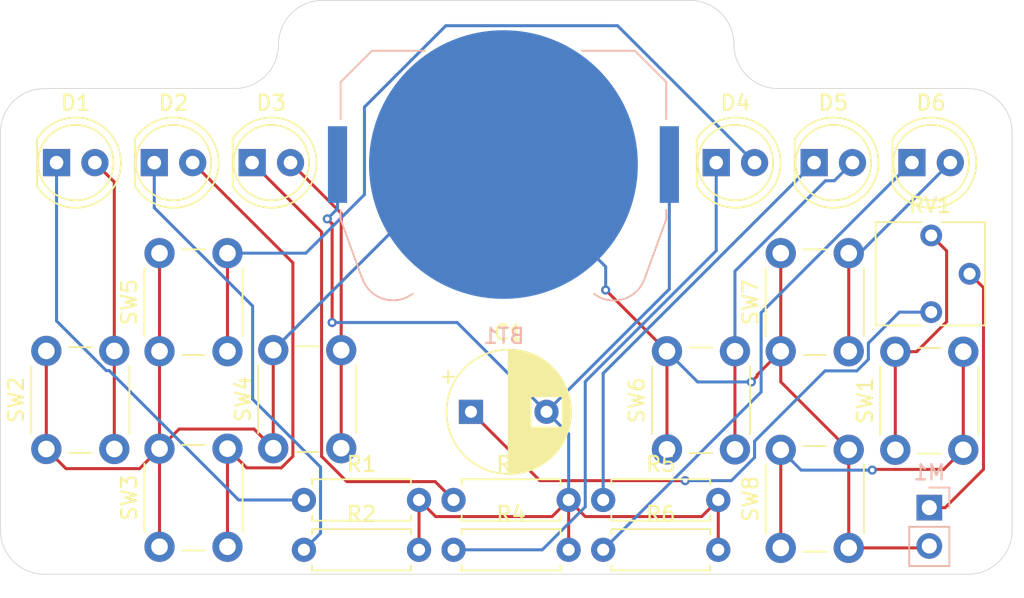
<source format=kicad_pcb>
(kicad_pcb (version 20240108) (generator "pcbnew") (generator_version "8.0")
  (layers (0 "F.Cu" signal) (31 "B.Cu" signal) (34 "B.Paste" user) (35 "F.Paste" user) (36 "B.SilkS" user "B.Silkscreen") (37 "F.SilkS" user "F.Silkscreen") (38 "B.Mask" user) (39 "F.Mask" user) (44 "Edge.Cuts" user))
  (net 0 "")
  (net 1 "Net-(BT1-+)")
  (net 2 "Net-(BT1--)")
  (net 3 "Net-(C1-Pad1)")
  (net 4 "Net-(RV1-Pad3)")
  (net 5 "Net-(D1-A)")
  (net 6 "Net-(D1-K)")
  (net 7 "Net-(D2-A)")
  (net 8 "Net-(D2-K)")
  (net 9 "Net-(D3-A)")
  (net 10 "Net-(D3-K)")
  (net 11 "Net-(M1-+)")
  (net 12 "Net-(D4-K)")
  (net 13 "Net-(D4-A)")
  (net 14 "Net-(D5-K)")
  (net 15 "Net-(D5-A)")
  (net 16 "Net-(D6-K)")
  (net 17 "Net-(D6-A)")
  (net 18 "Net-(SW1-Pad2)")
  (footprint "Button_Switch_THT:SW_PUSH_6mm" (layer "F.Cu") (at 61.5315 145.161 90)
    (property "Reference" "SW4" (at 3.25 -2 90) (layer "F.SilkS"))
    (property "Value" "SW_Push_45deg")
    (fp_line (start 5.5 -1) (end 1 -1) (stroke (width 0.12)) (layer "F.SilkS"))
    (fp_line (start -0.25 1.5) (end -0.25 3) (stroke (width 0.12)) (layer "F.SilkS"))
    (fp_line (start 6.75 3) (end 6.75 1.5) (stroke (width 0.12)) (layer "F.SilkS"))
    (fp_line (start 1 5.5) (end 5.5 5.5) (stroke (width 0.12)) (layer "F.SilkS"))
    (pad "1" thru_hole circle (at 0 0 180) (size 2 2) (drill 1.1) (layers "*.Cu" "*.Mask") (net 2 "Net-(BT1--)"))
    (pad "1" thru_hole circle (at 6.5 0 180) (size 2 2) (drill 1.1) (layers "*.Cu" "*.Mask") (net 2 "Net-(BT1--)"))
    (pad "2" thru_hole circle (at 0 4.5 180) (size 2 2) (drill 1.1) (layers "*.Cu" "*.Mask") (net 9 "Net-(D3-A)"))
    (pad "2" thru_hole circle (at 6.5 4.5 180) (size 2 2) (drill 1.1) (layers "*.Cu" "*.Mask") (net 9 "Net-(D3-A)"))
  )
  (footprint "LED_THT:LED_D5.0mm" (layer "F.Cu") (at 90.8585 126.238)
    (property "Reference" "D4" (at 1.27 -3.96 0) (layer "F.SilkS"))
    (property "Value" "LED")
    (fp_line (start -1.29 -1.545) (end -1.29 1.545) (stroke (width 0.12)) (layer "F.SilkS"))
    (fp_arc (start -1.29 -1.54483) (mid 2.071756 -2.880501) (end 4.26 -0.000048) (stroke (width 0.12)) (layer "F.SilkS"))
    (fp_arc (start 4.26 0.000048) (mid 2.071756 2.880501) (end -1.29 1.54483) (stroke (width 0.12)) (layer "F.SilkS"))
    (fp_circle (center 1.27 0) (end 3.77 0) (stroke (width 0.12)) (fill none) (layer "F.SilkS"))
    (pad "1" thru_hole rect (at 0 0) (size 1.8 1.8) (drill 0.9) (layers "*.Cu" "*.Mask") (net 12 "Net-(D4-K)"))
    (pad "2" thru_hole circle (at 2.54 0) (size 1.8 1.8) (drill 0.9) (layers "*.Cu" "*.Mask") (net 13 "Net-(D4-A)"))
  )
  (footprint "LED_THT:LED_D5.0mm" (layer "F.Cu") (at 97.3405 126.238)
    (property "Reference" "D5" (at 1.27 -3.96 0) (layer "F.SilkS"))
    (property "Value" "LED")
    (fp_line (start -1.29 -1.545) (end -1.29 1.545) (stroke (width 0.12)) (layer "F.SilkS"))
    (fp_arc (start -1.29 -1.54483) (mid 2.071756 -2.880501) (end 4.26 -0.000048) (stroke (width 0.12)) (layer "F.SilkS"))
    (fp_arc (start 4.26 0.000048) (mid 2.071756 2.880501) (end -1.29 1.54483) (stroke (width 0.12)) (layer "F.SilkS"))
    (fp_circle (center 1.27 0) (end 3.77 0) (stroke (width 0.12)) (fill none) (layer "F.SilkS"))
    (pad "1" thru_hole rect (at 0 0) (size 1.8 1.8) (drill 0.9) (layers "*.Cu" "*.Mask") (net 14 "Net-(D5-K)"))
    (pad "2" thru_hole circle (at 2.54 0) (size 1.8 1.8) (drill 0.9) (layers "*.Cu" "*.Mask") (net 15 "Net-(D5-A)"))
  )
  (footprint "Resistor_THT:R_Axial_DIN0207_L6.3mm_D2.5mm_P7.62mm_Horizontal" (layer "F.Cu") (at 63.5635 151.892)
    (property "Reference" "R2" (at 3.81 -2.37 0) (layer "F.SilkS"))
    (property "Value" "220Ω")
    (fp_line (start 0.54 -1.37) (end 7.08 -1.37) (stroke (width 0.12)) (layer "F.SilkS"))
    (fp_line (start 0.54 -1.04) (end 0.54 -1.37) (stroke (width 0.12)) (layer "F.SilkS"))
    (fp_line (start 0.54 1.04) (end 0.54 1.37) (stroke (width 0.12)) (layer "F.SilkS"))
    (fp_line (start 0.54 1.37) (end 7.08 1.37) (stroke (width 0.12)) (layer "F.SilkS"))
    (fp_line (start 7.08 -1.37) (end 7.08 -1.04) (stroke (width 0.12)) (layer "F.SilkS"))
    (fp_line (start 7.08 1.37) (end 7.08 1.04) (stroke (width 0.12)) (layer "F.SilkS"))
    (pad "1" thru_hole circle (at 0 0) (size 1.6 1.6) (drill 0.8) (layers "*.Cu" "*.Mask") (net 8 "Net-(D2-K)"))
    (pad "2" thru_hole oval (at 7.62 0) (size 1.6 1.6) (drill 0.8) (layers "*.Cu" "*.Mask") (net 1 "Net-(BT1-+)"))
  )
  (footprint "LED_THT:LED_D5.0mm" (layer "F.Cu") (at 47.1855 126.238)
    (property "Reference" "D1" (at 1.27 -3.96 0) (layer "F.SilkS"))
    (property "Value" "LED")
    (fp_line (start -1.29 -1.545) (end -1.29 1.545) (stroke (width 0.12)) (layer "F.SilkS"))
    (fp_arc (start -1.29 -1.54483) (mid 2.071756 -2.880501) (end 4.26 -0.000048) (stroke (width 0.12)) (layer "F.SilkS"))
    (fp_arc (start 4.26 0.000048) (mid 2.071756 2.880501) (end -1.29 1.54483) (stroke (width 0.12)) (layer "F.SilkS"))
    (fp_circle (center 1.27 0) (end 3.77 0) (stroke (width 0.12)) (fill none) (layer "F.SilkS"))
    (pad "1" thru_hole rect (at 0 0) (size 1.8 1.8) (drill 0.9) (layers "*.Cu" "*.Mask") (net 6 "Net-(D1-K)"))
    (pad "2" thru_hole circle (at 2.54 0) (size 1.8 1.8) (drill 0.9) (layers "*.Cu" "*.Mask") (net 5 "Net-(D1-A)"))
  )
  (footprint "LED_THT:LED_D5.0mm" (layer "F.Cu") (at 53.6575 126.238)
    (property "Reference" "D2" (at 1.27 -3.96 0) (layer "F.SilkS"))
    (property "Value" "LED")
    (fp_line (start -1.29 -1.545) (end -1.29 1.545) (stroke (width 0.12)) (layer "F.SilkS"))
    (fp_arc (start -1.29 -1.54483) (mid 2.071756 -2.880501) (end 4.26 -0.000048) (stroke (width 0.12)) (layer "F.SilkS"))
    (fp_arc (start 4.26 0.000048) (mid 2.071756 2.880501) (end -1.29 1.54483) (stroke (width 0.12)) (layer "F.SilkS"))
    (fp_circle (center 1.27 0) (end 3.77 0) (stroke (width 0.12)) (fill none) (layer "F.SilkS"))
    (pad "1" thru_hole rect (at 0 0) (size 1.8 1.8) (drill 0.9) (layers "*.Cu" "*.Mask") (net 8 "Net-(D2-K)"))
    (pad "2" thru_hole circle (at 2.54 0) (size 1.8 1.8) (drill 0.9) (layers "*.Cu" "*.Mask") (net 7 "Net-(D2-A)"))
  )
  (footprint "Button_Switch_THT:SW_PUSH_6mm" (layer "F.Cu") (at 95.1315 151.765 90)
    (property "Reference" "SW8" (at 3.25 -2 90) (layer "F.SilkS"))
    (property "Value" "SW_Push")
    (fp_line (start 5.5 -1) (end 1 -1) (stroke (width 0.12)) (layer "F.SilkS"))
    (fp_line (start -0.25 1.5) (end -0.25 3) (stroke (width 0.12)) (layer "F.SilkS"))
    (fp_line (start 6.75 3) (end 6.75 1.5) (stroke (width 0.12)) (layer "F.SilkS"))
    (fp_line (start 1 5.5) (end 5.5 5.5) (stroke (width 0.12)) (layer "F.SilkS"))
    (pad "1" thru_hole circle (at 0 0 180) (size 2 2) (drill 1.1) (layers "*.Cu" "*.Mask") (net 18 "Net-(SW1-Pad2)"))
    (pad "1" thru_hole circle (at 6.5 0 180) (size 2 2) (drill 1.1) (layers "*.Cu" "*.Mask") (net 18 "Net-(SW1-Pad2)"))
    (pad "2" thru_hole circle (at 0 4.5 180) (size 2 2) (drill 1.1) (layers "*.Cu" "*.Mask") (net 2 "Net-(BT1--)"))
    (pad "2" thru_hole circle (at 6.5 4.5 180) (size 2 2) (drill 1.1) (layers "*.Cu" "*.Mask") (net 2 "Net-(BT1--)"))
  )
  (footprint "Resistor_THT:R_Axial_DIN0207_L6.3mm_D2.5mm_P7.62mm_Horizontal" (layer "F.Cu") (at 63.563499 148.59)
    (property "Reference" "R1" (at 3.81 -2.37 0) (layer "F.SilkS"))
    (property "Value" "220Ω")
    (fp_line (start 0.54 -1.370002) (end 7.08 -1.37) (stroke (width 0.12)) (layer "F.SilkS"))
    (fp_line (start 0.54 -1.040002) (end 0.54 -1.370002) (stroke (width 0.12)) (layer "F.SilkS"))
    (fp_line (start 0.540001 1.039998) (end 0.540001 1.369999) (stroke (width 0.12)) (layer "F.SilkS"))
    (fp_line (start 0.540001 1.369999) (end 7.080001 1.369998) (stroke (width 0.12)) (layer "F.SilkS"))
    (fp_line (start 7.08 -1.37) (end 7.08 -1.039999) (stroke (width 0.12)) (layer "F.SilkS"))
    (fp_line (start 7.080001 1.369998) (end 7.080002 1.04) (stroke (width 0.12)) (layer "F.SilkS"))
    (pad "1" thru_hole circle (at 0 0) (size 1.6 1.6) (drill 0.8) (layers "*.Cu" "*.Mask") (net 6 "Net-(D1-K)"))
    (pad "2" thru_hole oval (at 7.620001 0) (size 1.6 1.6) (drill 0.8) (layers "*.Cu" "*.Mask") (net 1 "Net-(BT1-+)"))
  )
  (footprint "Button_Switch_THT:SW_PUSH_6mm" (layer "F.Cu") (at 102.7155 145.265 90)
    (property "Reference" "SW1" (at 3.25 -2 90) (layer "F.SilkS"))
    (property "Value" "SW_Push")
    (fp_line (start 5.5 -1) (end 1 -1) (stroke (width 0.12)) (layer "F.SilkS"))
    (fp_line (start -0.25 1.5) (end -0.25 3) (stroke (width 0.12)) (layer "F.SilkS"))
    (fp_line (start 6.75 3) (end 6.75 1.5) (stroke (width 0.12)) (layer "F.SilkS"))
    (fp_line (start 1 5.5) (end 5.5 5.5) (stroke (width 0.12)) (layer "F.SilkS"))
    (pad "1" thru_hole circle (at 0 0 180) (size 2 2) (drill 1.1) (layers "*.Cu" "*.Mask") (net 4 "Net-(RV1-Pad3)"))
    (pad "1" thru_hole circle (at 6.5 0 180) (size 2 2) (drill 1.1) (layers "*.Cu" "*.Mask") (net 4 "Net-(RV1-Pad3)"))
    (pad "2" thru_hole circle (at 0 4.5 180) (size 2 2) (drill 1.1) (layers "*.Cu" "*.Mask") (net 18 "Net-(SW1-Pad2)"))
    (pad "2" thru_hole circle (at 6.5 4.5 180) (size 2 2) (drill 1.1) (layers "*.Cu" "*.Mask") (net 18 "Net-(SW1-Pad2)"))
  )
  (footprint "Resistor_THT:R_Axial_DIN0207_L6.3mm_D2.5mm_P7.62mm_Horizontal" (layer "F.Cu") (at 83.3755 151.892)
    (property "Reference" "R6" (at 3.81 -2.37 0) (layer "F.SilkS"))
    (property "Value" "220Ω")
    (fp_line (start 0.54 -1.37) (end 7.08 -1.37) (stroke (width 0.12)) (layer "F.SilkS"))
    (fp_line (start 0.54 -1.04) (end 0.54 -1.37) (stroke (width 0.12)) (layer "F.SilkS"))
    (fp_line (start 0.54 1.04) (end 0.54 1.37) (stroke (width 0.12)) (layer "F.SilkS"))
    (fp_line (start 0.54 1.37) (end 7.08 1.37) (stroke (width 0.12)) (layer "F.SilkS"))
    (fp_line (start 7.08 -1.37) (end 7.08 -1.04) (stroke (width 0.12)) (layer "F.SilkS"))
    (fp_line (start 7.08 1.37) (end 7.08 1.04) (stroke (width 0.12)) (layer "F.SilkS"))
    (pad "1" thru_hole circle (at 0 0) (size 1.6 1.6) (drill 0.8) (layers "*.Cu" "*.Mask") (net 16 "Net-(D6-K)"))
    (pad "2" thru_hole oval (at 7.62 0) (size 1.6 1.6) (drill 0.8) (layers "*.Cu" "*.Mask") (net 1 "Net-(BT1-+)"))
  )
  (footprint "Resistor_THT:R_Axial_DIN0207_L6.3mm_D2.5mm_P7.62mm_Horizontal" (layer "F.Cu") (at 83.3755 148.59)
    (property "Reference" "R5" (at 3.81 -2.37 0) (layer "F.SilkS"))
    (property "Value" "220Ω")
    (fp_line (start 0.54 -1.37) (end 7.08 -1.37) (stroke (width 0.12)) (layer "F.SilkS"))
    (fp_line (start 0.54 -1.04) (end 0.54 -1.37) (stroke (width 0.12)) (layer "F.SilkS"))
    (fp_line (start 0.54 1.04) (end 0.54 1.37) (stroke (width 0.12)) (layer "F.SilkS"))
    (fp_line (start 0.54 1.37) (end 7.08 1.37) (stroke (width 0.12)) (layer "F.SilkS"))
    (fp_line (start 7.08 -1.37) (end 7.08 -1.04) (stroke (width 0.12)) (layer "F.SilkS"))
    (fp_line (start 7.08 1.37) (end 7.08 1.04) (stroke (width 0.12)) (layer "F.SilkS"))
    (pad "1" thru_hole circle (at 0 0) (size 1.6 1.6) (drill 0.8) (layers "*.Cu" "*.Mask") (net 14 "Net-(D5-K)"))
    (pad "2" thru_hole oval (at 7.62 0) (size 1.6 1.6) (drill 0.8) (layers "*.Cu" "*.Mask") (net 1 "Net-(BT1-+)"))
  )
  (footprint "Button_Switch_THT:SW_PUSH_6mm" (layer "F.Cu") (at 46.5095 145.213 90)
    (property "Reference" "SW2" (at 3.25 -2 90) (layer "F.SilkS"))
    (property "Value" "SW_Push_45deg")
    (fp_line (start 5.5 -1) (end 1 -1) (stroke (width 0.12)) (layer "F.SilkS"))
    (fp_line (start -0.25 1.5) (end -0.25 3) (stroke (width 0.12)) (layer "F.SilkS"))
    (fp_line (start 6.75 3) (end 6.75 1.5) (stroke (width 0.12)) (layer "F.SilkS"))
    (fp_line (start 1 5.5) (end 5.5 5.5) (stroke (width 0.12)) (layer "F.SilkS"))
    (pad "1" thru_hole circle (at 0 0 180) (size 2 2) (drill 1.1) (layers "*.Cu" "*.Mask") (net 2 "Net-(BT1--)"))
    (pad "1" thru_hole circle (at 6.5 0 180) (size 2 2) (drill 1.1) (layers "*.Cu" "*.Mask") (net 2 "Net-(BT1--)"))
    (pad "2" thru_hole circle (at 0 4.5 180) (size 2 2) (drill 1.1) (layers "*.Cu" "*.Mask") (net 5 "Net-(D1-A)"))
    (pad "2" thru_hole circle (at 6.5 4.5 180) (size 2 2) (drill 1.1) (layers "*.Cu" "*.Mask") (net 5 "Net-(D1-A)"))
  )
  (footprint "Capacitor_THT:CP_Radial_D8.0mm_P5.00mm" (layer "F.Cu") (at 74.622849 142.748)
    (property "Reference" "C1" (at 2.5 -5.25 0) (layer "F.SilkS"))
    (property "Value" "10uF")
    (fp_line (start -1.909698 -2.315) (end -1.109698 -2.315) (stroke (width 0.12)) (layer "F.SilkS"))
    (fp_line (start -1.509698 -2.715) (end -1.509698 -1.915) (stroke (width 0.12)) (layer "F.SilkS"))
    (fp_line (start 2.5 -4.08) (end 2.5 4.08) (stroke (width 0.12)) (layer "F.SilkS"))
    (fp_line (start 2.54 -4.08) (end 2.54 4.08) (stroke (width 0.12)) (layer "F.SilkS"))
    (fp_line (start 2.58 -4.08) (end 2.58 4.08) (stroke (width 0.12)) (layer "F.SilkS"))
    (fp_line (start 2.62 -4.079) (end 2.62 4.079) (stroke (width 0.12)) (layer "F.SilkS"))
    (fp_line (start 2.66 -4.077) (end 2.66 4.077) (stroke (width 0.12)) (layer "F.SilkS"))
    (fp_line (start 2.7 -4.076) (end 2.7 4.076) (stroke (width 0.12)) (layer "F.SilkS"))
    (fp_line (start 2.74 -4.074) (end 2.74 4.074) (stroke (width 0.12)) (layer "F.SilkS"))
    (fp_line (start 2.78 -4.071) (end 2.78 4.071) (stroke (width 0.12)) (layer "F.SilkS"))
    (fp_line (start 2.82 -4.068) (end 2.82 4.068) (stroke (width 0.12)) (layer "F.SilkS"))
    (fp_line (start 2.86 -4.065) (end 2.86 4.065) (stroke (width 0.12)) (layer "F.SilkS"))
    (fp_line (start 2.9 -4.061) (end 2.9 4.061) (stroke (width 0.12)) (layer "F.SilkS"))
    (fp_line (start 2.94 -4.057) (end 2.94 4.057) (stroke (width 0.12)) (layer "F.SilkS"))
    (fp_line (start 2.98 -4.052) (end 2.98 4.052) (stroke (width 0.12)) (layer "F.SilkS"))
    (fp_line (start 3.02 -4.048) (end 3.02 4.048) (stroke (width 0.12)) (layer "F.SilkS"))
    (fp_line (start 3.06 -4.042) (end 3.06 4.042) (stroke (width 0.12)) (layer "F.SilkS"))
    (fp_line (start 3.1 -4.037) (end 3.1 4.037) (stroke (width 0.12)) (layer "F.SilkS"))
    (fp_line (start 3.14 -4.03) (end 3.14 4.03) (stroke (width 0.12)) (layer "F.SilkS"))
    (fp_line (start 3.18 -4.024) (end 3.18 4.024) (stroke (width 0.12)) (layer "F.SilkS"))
    (fp_line (start 3.221 -4.017) (end 3.221 4.017) (stroke (width 0.12)) (layer "F.SilkS"))
    (fp_line (start 3.261 -4.01) (end 3.261 4.01) (stroke (width 0.12)) (layer "F.SilkS"))
    (fp_line (start 3.301 -4.002) (end 3.301 4.002) (stroke (width 0.12)) (layer "F.SilkS"))
    (fp_line (start 3.341 -3.994) (end 3.341 3.994) (stroke (width 0.12)) (layer "F.SilkS"))
    (fp_line (start 3.381 -3.985) (end 3.381 3.985) (stroke (width 0.12)) (layer "F.SilkS"))
    (fp_line (start 3.421 -3.976) (end 3.421 3.976) (stroke (width 0.12)) (layer "F.SilkS"))
    (fp_line (start 3.461 -3.967) (end 3.461 3.967) (stroke (width 0.12)) (layer "F.SilkS"))
    (fp_line (start 3.501 -3.957) (end 3.501 3.957) (stroke (width 0.12)) (layer "F.SilkS"))
    (fp_line (start 3.541 -3.947) (end 3.541 3.947) (stroke (width 0.12)) (layer "F.SilkS"))
    (fp_line (start 3.581 -3.936) (end 3.581 3.936) (stroke (width 0.12)) (layer "F.SilkS"))
    (fp_line (start 3.621 -3.925) (end 3.621 3.925) (stroke (width 0.12)) (layer "F.SilkS"))
    (fp_line (start 3.661 -3.914) (end 3.661 3.914) (stroke (width 0.12)) (layer "F.SilkS"))
    (fp_line (start 3.701 -3.902) (end 3.701 3.902) (stroke (width 0.12)) (layer "F.SilkS"))
    (fp_line (start 3.741 -3.889) (end 3.741 3.889) (stroke (width 0.12)) (layer "F.SilkS"))
    (fp_line (start 3.781 -3.877) (end 3.781 3.877) (stroke (width 0.12)) (layer "F.SilkS"))
    (fp_line (start 3.821 -3.863) (end 3.821 3.863) (stroke (width 0.12)) (layer "F.SilkS"))
    (fp_line (start 3.861 -3.85) (end 3.861 3.85) (stroke (width 0.12)) (layer "F.SilkS"))
    (fp_line (start 3.901 -3.835) (end 3.901 3.835) (stroke (width 0.12)) (layer "F.SilkS"))
    (fp_line (start 3.941 -3.821) (end 3.941 3.821) (stroke (width 0.12)) (layer "F.SilkS"))
    (fp_line (start 3.981 -3.805) (end 3.981 -1.04) (stroke (width 0.12)) (layer "F.SilkS"))
    (fp_line (start 3.981 1.04) (end 3.981 3.805) (stroke (width 0.12)) (layer "F.SilkS"))
    (fp_line (start 4.021 -3.79) (end 4.021 -1.04) (stroke (width 0.12)) (layer "F.SilkS"))
    (fp_line (start 4.021 1.04) (end 4.021 3.79) (stroke (width 0.12)) (layer "F.SilkS"))
    (fp_line (start 4.061 -3.774) (end 4.061 -1.04) (stroke (width 0.12)) (layer "F.SilkS"))
    (fp_line (start 4.061 1.04) (end 4.061 3.774) (stroke (width 0.12)) (layer "F.SilkS"))
    (fp_line (start 4.101 -3.757) (end 4.101 -1.04) (stroke (width 0.12)) (layer "F.SilkS"))
    (fp_line (start 4.101 1.04) (end 4.101 3.757) (stroke (width 0.12)) (layer "F.SilkS"))
    (fp_line (start 4.141 -3.74) (end 4.141 -1.04) (stroke (width 0.12)) (layer "F.SilkS"))
    (fp_line (start 4.141 1.04) (end 4.141 3.74) (stroke (width 0.12)) (layer "F.SilkS"))
    (fp_line (start 4.181 -3.722) (end 4.181 -1.04) (stroke (width 0.12)) (layer "F.SilkS"))
    (fp_line (start 4.181 1.04) (end 4.181 3.722) (stroke (width 0.12)) (layer "F.SilkS"))
    (fp_line (start 4.221 -3.704) (end 4.221 -1.04) (stroke (width 0.12)) (layer "F.SilkS"))
    (fp_line (start 4.221 1.04) (end 4.221 3.704) (stroke (width 0.12)) (layer "F.SilkS"))
    (fp_line (start 4.261 -3.686) (end 4.261 -1.04) (stroke (width 0.12)) (layer "F.SilkS"))
    (fp_line (start 4.261 1.04) (end 4.261 3.686) (stroke (width 0.12)) (layer "F.SilkS"))
    (fp_line (start 4.301 -3.666) (end 4.301 -1.04) (stroke (width 0.12)) (layer "F.SilkS"))
    (fp_line (start 4.301 1.04) (end 4.301 3.666) (stroke (width 0.12)) (layer "F.SilkS"))
    (fp_line (start 4.341 -3.647) (end 4.341 -1.04) (stroke (width 0.12)) (layer "F.SilkS"))
    (fp_line (start 4.341 1.04) (end 4.341 3.647) (stroke (width 0.12)) (layer "F.SilkS"))
    (fp_line (start 4.381 -3.627) (end 4.381 -1.04) (stroke (width 0.12)) (layer "F.SilkS"))
    (fp_line (start 4.381 1.04) (end 4.381 3.627) (stroke (width 0.12)) (layer "F.SilkS"))
    (fp_line (start 4.421 -3.606) (end 4.421 -1.04) (stroke (width 0.12)) (layer "F.SilkS"))
    (fp_line (start 4.421 1.04) (end 4.421 3.606) (stroke (width 0.12)) (layer "F.SilkS"))
    (fp_line (start 4.461 -3.584) (end 4.461 -1.04) (stroke (width 0.12)) (layer "F.SilkS"))
    (fp_line (start 4.461 1.04) (end 4.461 3.584) (stroke (width 0.12)) (layer "F.SilkS"))
    (fp_line (start 4.501 -3.562) (end 4.501 -1.04) (stroke (width 0.12)) (layer "F.SilkS"))
    (fp_line (start 4.501 1.04) (end 4.501 3.562) (stroke (width 0.12)) (layer "F.SilkS"))
    (fp_line (start 4.541 -3.54) (end 4.541 -1.04) (stroke (width 0.12)) (layer "F.SilkS"))
    (fp_line (start 4.541 1.04) (end 4.541 3.54) (stroke (width 0.12)) (layer "F.SilkS"))
    (fp_line (start 4.581 -3.517) (end 4.581 -1.04) (stroke (width 0.12)) (layer "F.SilkS"))
    (fp_line (start 4.581 1.04) (end 4.581 3.517) (stroke (width 0.12)) (layer "F.SilkS"))
    (fp_line (start 4.621 -3.493) (end 4.621 -1.04) (stroke (width 0.12)) (layer "F.SilkS"))
    (fp_line (start 4.621 1.04) (end 4.621 3.493) (stroke (width 0.12)) (layer "F.SilkS"))
    (fp_line (start 4.661 -3.469) (end 4.661 -1.04) (stroke (width 0.12)) (layer "F.SilkS"))
    (fp_line (start 4.661 1.04) (end 4.661 3.469) (stroke (width 0.12)) (layer "F.SilkS"))
    (fp_line (start 4.701 -3.444) (end 4.701 -1.04) (stroke (width 0.12)) (layer "F.SilkS"))
    (fp_line (start 4.701 1.04) (end 4.701 3.444) (stroke (width 0.12)) (layer "F.SilkS"))
    (fp_line (start 4.741 -3.418) (end 4.741 -1.04) (stroke (width 0.12)) (layer "F.SilkS"))
    (fp_line (start 4.741 1.04) (end 4.741 3.418) (stroke (width 0.12)) (layer "F.SilkS"))
    (fp_line (start 4.781 -3.392) (end 4.781 -1.04) (stroke (width 0.12)) (layer "F.SilkS"))
    (fp_line (start 4.781 1.04) (end 4.781 3.392) (stroke (width 0.12)) (layer "F.SilkS"))
    (fp_line (start 4.821 -3.365) (end 4.821 -1.04) (stroke (width 0.12)) (layer "F.SilkS"))
    (fp_line (start 4.821 1.04) (end 4.821 3.365) (stroke (width 0.12)) (layer "F.SilkS"))
    (fp_line (start 4.861 -3.338) (end 4.861 -1.04) (stroke (width 0.12)) (layer "F.SilkS"))
    (fp_line (start 4.861 1.04) (end 4.861 3.338) (stroke (width 0.12)) (layer "F.SilkS"))
    (fp_line (start 4.901 -3.309) (end 4.901 -1.04) (stroke (width 0.12)) (layer "F.SilkS"))
    (fp_line (start 4.901 1.04) (end 4.901 3.309) (stroke (width 0.12)) (layer "F.SilkS"))
    (fp_line (start 4.941 -3.28) (end 4.941 -1.04) (stroke (width 0.12)) (layer "F.SilkS"))
    (fp_line (start 4.941 1.04) (end 4.941 3.28) (stroke (width 0.12)) (layer "F.SilkS"))
    (fp_line (start 4.981 -3.25) (end 4.981 -1.04) (stroke (width 0.12)) (layer "F.SilkS"))
    (fp_line (start 4.981 1.04) (end 4.981 3.25) (stroke (width 0.12)) (layer "F.SilkS"))
    (fp_line (start 5.021 -3.22) (end 5.021 -1.04) (stroke (width 0.12)) (layer "F.SilkS"))
    (fp_line (start 5.021 1.04) (end 5.021 3.22) (stroke (width 0.12)) (layer "F.SilkS"))
    (fp_line (start 5.061 -3.189) (end 5.061 -1.04) (stroke (width 0.12)) (layer "F.SilkS"))
    (fp_line (start 5.061 1.04) (end 5.061 3.189) (stroke (width 0.12)) (layer "F.SilkS"))
    (fp_line (start 5.101 -3.156) (end 5.101 -1.04) (stroke (width 0.12)) (layer "F.SilkS"))
    (fp_line (start 5.101 1.04) (end 5.101 3.156) (stroke (width 0.12)) (layer "F.SilkS"))
    (fp_line (start 5.141 -3.124) (end 5.141 -1.04) (stroke (width 0.12)) (layer "F.SilkS"))
    (fp_line (start 5.141 1.04) (end 5.141 3.124) (stroke (width 0.12)) (layer "F.SilkS"))
    (fp_line (start 5.181 -3.09) (end 5.181 -1.04) (stroke (width 0.12)) (layer "F.SilkS"))
    (fp_line (start 5.181 1.04) (end 5.181 3.09) (stroke (width 0.12)) (layer "F.SilkS"))
    (fp_line (start 5.221 -3.055) (end 5.221 -1.04) (stroke (width 0.12)) (layer "F.SilkS"))
    (fp_line (start 5.221 1.04) (end 5.221 3.055) (stroke (width 0.12)) (layer "F.SilkS"))
    (fp_line (start 5.261 -3.019) (end 5.261 -1.04) (stroke (width 0.12)) (layer "F.SilkS"))
    (fp_line (start 5.261 1.04) (end 5.261 3.019) (stroke (width 0.12)) (layer "F.SilkS"))
    (fp_line (start 5.301 -2.983) (end 5.301 -1.04) (stroke (width 0.12)) (layer "F.SilkS"))
    (fp_line (start 5.301 1.04) (end 5.301 2.983) (stroke (width 0.12)) (layer "F.SilkS"))
    (fp_line (start 5.341 -2.945) (end 5.341 -1.04) (stroke (width 0.12)) (layer "F.SilkS"))
    (fp_line (start 5.341 1.04) (end 5.341 2.945) (stroke (width 0.12)) (layer "F.SilkS"))
    (fp_line (start 5.381 -2.907) (end 5.381 -1.04) (stroke (width 0.12)) (layer "F.SilkS"))
    (fp_line (start 5.381 1.04) (end 5.381 2.907) (stroke (width 0.12)) (layer "F.SilkS"))
    (fp_line (start 5.421 -2.867) (end 5.421 -1.04) (stroke (width 0.12)) (layer "F.SilkS"))
    (fp_line (start 5.421 1.04) (end 5.421 2.867) (stroke (width 0.12)) (layer "F.SilkS"))
    (fp_line (start 5.461 -2.826) (end 5.461 -1.04) (stroke (width 0.12)) (layer "F.SilkS"))
    (fp_line (start 5.461 1.04) (end 5.461 2.826) (stroke (width 0.12)) (layer "F.SilkS"))
    (fp_line (start 5.501 -2.784) (end 5.501 -1.04) (stroke (width 0.12)) (layer "F.SilkS"))
    (fp_line (start 5.501 1.04) (end 5.501 2.784) (stroke (width 0.12)) (layer "F.SilkS"))
    (fp_line (start 5.541 -2.741) (end 5.541 -1.04) (stroke (width 0.12)) (layer "F.SilkS"))
    (fp_line (start 5.541 1.04) (end 5.541 2.741) (stroke (width 0.12)) (layer "F.SilkS"))
    (fp_line (start 5.581 -2.697) (end 5.581 -1.04) (stroke (width 0.12)) (layer "F.SilkS"))
    (fp_line (start 5.581 1.04) (end 5.581 2.697) (stroke (width 0.12)) (layer "F.SilkS"))
    (fp_line (start 5.621 -2.651) (end 5.621 -1.04) (stroke (width 0.12)) (layer "F.SilkS"))
    (fp_line (start 5.621 1.04) (end 5.621 2.651) (stroke (width 0.12)) (layer "F.SilkS"))
    (fp_line (start 5.661 -2.604) (end 5.661 -1.04) (stroke (width 0.12)) (layer "F.SilkS"))
    (fp_line (start 5.661 1.04) (end 5.661 2.604) (stroke (width 0.12)) (layer "F.SilkS"))
    (fp_line (start 5.701 -2.556) (end 5.701 -1.04) (stroke (width 0.12)) (layer "F.SilkS"))
    (fp_line (start 5.701 1.04) (end 5.701 2.556) (stroke (width 0.12)) (layer "F.SilkS"))
    (fp_line (start 5.741 -2.505) (end 5.741 -1.04) (stroke (width 0.12)) (layer "F.SilkS"))
    (fp_line (start 5.741 1.04) (end 5.741 2.505) (stroke (width 0.12)) (layer "F.SilkS"))
    (fp_line (start 5.781 -2.454) (end 5.781 -1.04) (stroke (width 0.12)) (layer "F.SilkS"))
    (fp_line (start 5.781 1.04) (end 5.781 2.454) (stroke (width 0.12)) (layer "F.SilkS"))
    (fp_line (start 5.821 -2.4) (end 5.821 -1.04) (stroke (width 0.12)) (layer "F.SilkS"))
    (fp_line (start 5.821 1.04) (end 5.821 2.4) (stroke (width 0.12)) (layer "F.SilkS"))
    (fp_line (start 5.861 -2.345) (end 5.861 -1.04) (stroke (width 0.12)) (layer "F.SilkS"))
    (fp_line (start 5.861 1.04) (end 5.861 2.345) (stroke (width 0.12)) (layer "F.SilkS"))
    (fp_line (start 5.901 -2.287) (end 5.901 -1.04) (stroke (width 0.12)) (layer "F.SilkS"))
    (fp_line (start 5.901 1.04) (end 5.901 2.287) (stroke (width 0.12)) (layer "F.SilkS"))
    (fp_line (start 5.941 -2.228) (end 5.941 -1.04) (stroke (width 0.12)) (layer "F.SilkS"))
    (fp_line (start 5.941 1.04) (end 5.941 2.228) (stroke (width 0.12)) (layer "F.SilkS"))
    (fp_line (start 5.981 -2.166) (end 5.981 -1.04) (stroke (width 0.12)) (layer "F.SilkS"))
    (fp_line (start 5.981 1.04) (end 5.981 2.166) (stroke (width 0.12)) (layer "F.SilkS"))
    (fp_line (start 6.021 -2.102) (end 6.021 -1.04) (stroke (width 0.12)) (layer "F.SilkS"))
    (fp_line (start 6.021 1.04) (end 6.021 2.102) (stroke (width 0.12)) (layer "F.SilkS"))
    (fp_line (start 6.061 -2.034) (end 6.061 2.034) (stroke (width 0.12)) (layer "F.SilkS"))
    (fp_line (start 6.101 -1.964) (end 6.101 1.964) (stroke (width 0.12)) (layer "F.SilkS"))
    (fp_line (start 6.141 -1.89) (end 6.141 1.89) (stroke (width 0.12)) (layer "F.SilkS"))
    (fp_line (start 6.181 -1.813) (end 6.181 1.813) (stroke (width 0.12)) (layer "F.SilkS"))
    (fp_line (start 6.221 -1.731) (end 6.221 1.731) (stroke (width 0.12)) (layer "F.SilkS"))
    (fp_line (start 6.261 -1.645) (end 6.261 1.645) (stroke (width 0.12)) (layer "F.SilkS"))
    (fp_line (start 6.301 -1.552) (end 6.301 1.552) (stroke (width 0.12)) (layer "F.SilkS"))
    (fp_line (start 6.341 -1.453) (end 6.341 1.453) (stroke (width 0.12)) (layer "F.SilkS"))
    (fp_line (start 6.381 -1.346) (end 6.381 1.346) (stroke (width 0.12)) (layer "F.SilkS"))
    (fp_line (start 6.421 -1.229) (end 6.421 1.229) (stroke (width 0.12)) (layer "F.SilkS"))
    (fp_line (start 6.461 -1.098) (end 6.461 1.098) (stroke (width 0.12)) (layer "F.SilkS"))
    (fp_line (start 6.501 -0.948) (end 6.501 0.948) (stroke (width 0.12)) (layer "F.SilkS"))
    (fp_line (start 6.541 -0.768) (end 6.541 0.768) (stroke (width 0.12)) (layer "F.SilkS"))
    (fp_line (start 6.581 -0.533) (end 6.581 0.533) (stroke (width 0.12)) (layer "F.SilkS"))
    (fp_circle (center 2.5 0) (end 6.62 0) (stroke (width 0.12)) (fill none) (layer "F.SilkS"))
    (pad "1" thru_hole rect (at 0 0) (size 1.6 1.6) (drill 0.8) (layers "*.Cu" "*.Mask") (net 3 "Net-(C1-Pad1)"))
    (pad "2" thru_hole circle (at 5 0) (size 1.6 1.6) (drill 0.8) (layers "*.Cu" "*.Mask") (net 1 "Net-(BT1-+)"))
  )
  (footprint "LED_THT:LED_D5.0mm" (layer "F.Cu") (at 60.1345 126.238)
    (property "Reference" "D3" (at 1.27 -3.96 0) (layer "F.SilkS"))
    (property "Value" "LED")
    (fp_line (start -1.29 -1.545) (end -1.29 1.545) (stroke (width 0.12)) (layer "F.SilkS"))
    (fp_arc (start -1.29 -1.54483) (mid 2.071756 -2.880501) (end 4.26 -0.000048) (stroke (width 0.12)) (layer "F.SilkS"))
    (fp_arc (start 4.26 0.000048) (mid 2.071756 2.880501) (end -1.29 1.54483) (stroke (width 0.12)) (layer "F.SilkS"))
    (fp_circle (center 1.27 0) (end 3.77 0) (stroke (width 0.12)) (fill none) (layer "F.SilkS"))
    (pad "1" thru_hole rect (at 0 0) (size 1.8 1.8) (drill 0.9) (layers "*.Cu" "*.Mask") (net 10 "Net-(D3-K)"))
    (pad "2" thru_hole circle (at 2.54 0) (size 1.8 1.8) (drill 0.9) (layers "*.Cu" "*.Mask") (net 9 "Net-(D3-A)"))
  )
  (footprint "LED_THT:LED_D5.0mm" (layer "F.Cu") (at 103.8175 126.238)
    (property "Reference" "D6" (at 1.27 -3.96 0) (layer "F.SilkS"))
    (property "Value" "LED")
    (fp_line (start -1.29 -1.545) (end -1.29 1.545) (stroke (width 0.12)) (layer "F.SilkS"))
    (fp_arc (start -1.29 -1.54483) (mid 2.071756 -2.880501) (end 4.26 -0.000048) (stroke (width 0.12)) (layer "F.SilkS"))
    (fp_arc (start 4.26 0.000048) (mid 2.071756 2.880501) (end -1.29 1.54483) (stroke (width 0.12)) (layer "F.SilkS"))
    (fp_circle (center 1.27 0) (end 3.77 0) (stroke (width 0.12)) (fill none) (layer "F.SilkS"))
    (pad "1" thru_hole rect (at 0 0) (size 1.8 1.8) (drill 0.9) (layers "*.Cu" "*.Mask") (net 16 "Net-(D6-K)"))
    (pad "2" thru_hole circle (at 2.54 0) (size 1.8 1.8) (drill 0.9) (layers "*.Cu" "*.Mask") (net 17 "Net-(D6-A)"))
  )
  (footprint "Potentiometer_THT:Potentiometer_Vishay_T73YP_Vertical" (layer "F.Cu") (at 105.0925 136.144)
    (property "Reference" "RV1" (at -0.06 -7.09 0) (layer "F.SilkS"))
    (property "Value" "R_Potentiometer")
    (fp_line (start -3.68 -5.96) (end -3.68 0.88) (stroke (width 0.12)) (layer "F.SilkS"))
    (fp_line (start -3.68 -5.96) (end -0.65 -5.96) (stroke (width 0.12)) (layer "F.SilkS"))
    (fp_line (start -3.68 0.88) (end -0.65 0.88) (stroke (width 0.12)) (layer "F.SilkS"))
    (fp_line (start 0.65 -5.96) (end 3.56 -5.96) (stroke (width 0.12)) (layer "F.SilkS"))
    (fp_line (start 0.65 0.88) (end 3.56 0.88) (stroke (width 0.12)) (layer "F.SilkS"))
    (fp_line (start 3.56 -5.96) (end 3.56 0.88) (stroke (width 0.12)) (layer "F.SilkS"))
    (pad "1" thru_hole circle (at 0 0) (size 1.44 1.44) (drill 0.8) (layers "*.Cu" "*.Mask") (net 3 "Net-(C1-Pad1)"))
    (pad "2" thru_hole circle (at 2.54 -2.54) (size 1.44 1.44) (drill 0.8) (layers "*.Cu" "*.Mask") (net 11 "Net-(M1-+)"))
    (pad "3" thru_hole circle (at 0 -5.08) (size 1.44 1.44) (drill 0.8) (layers "*.Cu" "*.Mask") (net 4 "Net-(RV1-Pad3)"))
  )
  (footprint "Button_Switch_THT:SW_PUSH_6mm" (layer "F.Cu") (at 95.1315 138.736 90)
    (property "Reference" "SW7" (at 3.25 -2 90) (layer "F.SilkS"))
    (property "Value" "SW_Push_45deg")
    (fp_line (start 5.5 -1) (end 1 -1) (stroke (width 0.12)) (layer "F.SilkS"))
    (fp_line (start -0.25 1.5) (end -0.25 3) (stroke (width 0.12)) (layer "F.SilkS"))
    (fp_line (start 6.75 3) (end 6.75 1.5) (stroke (width 0.12)) (layer "F.SilkS"))
    (fp_line (start 1 5.5) (end 5.5 5.5) (stroke (width 0.12)) (layer "F.SilkS"))
    (pad "1" thru_hole circle (at 0 0 180) (size 2 2) (drill 1.1) (layers "*.Cu" "*.Mask") (net 2 "Net-(BT1--)"))
    (pad "1" thru_hole circle (at 6.5 0 180) (size 2 2) (drill 1.1) (layers "*.Cu" "*.Mask") (net 2 "Net-(BT1--)"))
    (pad "2" thru_hole circle (at 0 4.5 180) (size 2 2) (drill 1.1) (layers "*.Cu" "*.Mask") (net 17 "Net-(D6-A)"))
    (pad "2" thru_hole circle (at 6.5 4.5 180) (size 2 2) (drill 1.1) (layers "*.Cu" "*.Mask") (net 17 "Net-(D6-A)"))
  )
  (footprint "Resistor_THT:R_Axial_DIN0207_L6.3mm_D2.5mm_P7.62mm_Horizontal" (layer "F.Cu") (at 73.4695 151.892)
    (property "Reference" "R4" (at 3.81 -2.37 0) (layer "F.SilkS"))
    (property "Value" "220Ω")
    (fp_line (start 0.54 -1.37) (end 7.08 -1.37) (stroke (width 0.12)) (layer "F.SilkS"))
    (fp_line (start 0.54 -1.04) (end 0.54 -1.37) (stroke (width 0.12)) (layer "F.SilkS"))
    (fp_line (start 0.54 1.04) (end 0.54 1.37) (stroke (width 0.12)) (layer "F.SilkS"))
    (fp_line (start 0.54 1.37) (end 7.08 1.37) (stroke (width 0.12)) (layer "F.SilkS"))
    (fp_line (start 7.08 -1.37) (end 7.08 -1.04) (stroke (width 0.12)) (layer "F.SilkS"))
    (fp_line (start 7.08 1.37) (end 7.08 1.04) (stroke (width 0.12)) (layer "F.SilkS"))
    (pad "1" thru_hole circle (at 0 0) (size 1.6 1.6) (drill 0.8) (layers "*.Cu" "*.Mask") (net 12 "Net-(D4-K)"))
    (pad "2" thru_hole oval (at 7.62 0) (size 1.6 1.6) (drill 0.8) (layers "*.Cu" "*.Mask") (net 1 "Net-(BT1-+)"))
  )
  (footprint "Button_Switch_THT:SW_PUSH_6mm" (layer "F.Cu") (at 54.0025 138.736 90)
    (property "Reference" "SW5" (at 3.25 -2 90) (layer "F.SilkS"))
    (property "Value" "SW_Push_45deg")
    (fp_line (start 5.5 -1) (end 1 -1) (stroke (width 0.12)) (layer "F.SilkS"))
    (fp_line (start -0.25 1.5) (end -0.25 3) (stroke (width 0.12)) (layer "F.SilkS"))
    (fp_line (start 6.75 3) (end 6.75 1.5) (stroke (width 0.12)) (layer "F.SilkS"))
    (fp_line (start 1 5.5) (end 5.5 5.5) (stroke (width 0.12)) (layer "F.SilkS"))
    (pad "1" thru_hole circle (at 0 0 180) (size 2 2) (drill 1.1) (layers "*.Cu" "*.Mask") (net 2 "Net-(BT1--)"))
    (pad "1" thru_hole circle (at 6.5 0 180) (size 2 2) (drill 1.1) (layers "*.Cu" "*.Mask") (net 2 "Net-(BT1--)"))
    (pad "2" thru_hole circle (at 0 4.5 180) (size 2 2) (drill 1.1) (layers "*.Cu" "*.Mask") (net 13 "Net-(D4-A)"))
    (pad "2" thru_hole circle (at 6.5 4.5 180) (size 2 2) (drill 1.1) (layers "*.Cu" "*.Mask") (net 13 "Net-(D4-A)"))
  )
  (footprint "Button_Switch_THT:SW_PUSH_6mm" (layer "F.Cu") (at 54.0025 151.69 90)
    (property "Reference" "SW3" (at 3.25 -2 90) (layer "F.SilkS"))
    (property "Value" "SW_Push_45deg")
    (fp_line (start 5.5 -1) (end 1 -1) (stroke (width 0.12)) (layer "F.SilkS"))
    (fp_line (start -0.25 1.5) (end -0.25 3) (stroke (width 0.12)) (layer "F.SilkS"))
    (fp_line (start 6.75 3) (end 6.75 1.5) (stroke (width 0.12)) (layer "F.SilkS"))
    (fp_line (start 1 5.5) (end 5.5 5.5) (stroke (width 0.12)) (layer "F.SilkS"))
    (pad "1" thru_hole circle (at 0 0 180) (size 2 2) (drill 1.1) (layers "*.Cu" "*.Mask") (net 2 "Net-(BT1--)"))
    (pad "1" thru_hole circle (at 6.5 0 180) (size 2 2) (drill 1.1) (layers "*.Cu" "*.Mask") (net 2 "Net-(BT1--)"))
    (pad "2" thru_hole circle (at 0 4.5 180) (size 2 2) (drill 1.1) (layers "*.Cu" "*.Mask") (net 7 "Net-(D2-A)"))
    (pad "2" thru_hole circle (at 6.5 4.5 180) (size 2 2) (drill 1.1) (layers "*.Cu" "*.Mask") (net 7 "Net-(D2-A)"))
  )
  (footprint "Button_Switch_THT:SW_PUSH_6mm" (layer "F.Cu") (at 87.5983 145.2372 90)
    (property "Reference" "SW6" (at 3.25 -2 90) (layer "F.SilkS"))
    (property "Value" "SW_Push_45deg")
    (fp_line (start 5.5 -1) (end 1 -1) (stroke (width 0.12)) (layer "F.SilkS"))
    (fp_line (start -0.25 1.5) (end -0.25 3) (stroke (width 0.12)) (layer "F.SilkS"))
    (fp_line (start 6.75 3) (end 6.75 1.5) (stroke (width 0.12)) (layer "F.SilkS"))
    (fp_line (start 1 5.5) (end 5.5 5.5) (stroke (width 0.12)) (layer "F.SilkS"))
    (pad "1" thru_hole circle (at 0 0 180) (size 2 2) (drill 1.1) (layers "*.Cu" "*.Mask") (net 2 "Net-(BT1--)"))
    (pad "1" thru_hole circle (at 6.5 0 180) (size 2 2) (drill 1.1) (layers "*.Cu" "*.Mask") (net 2 "Net-(BT1--)"))
    (pad "2" thru_hole circle (at 0 4.5 180) (size 2 2) (drill 1.1) (layers "*.Cu" "*.Mask") (net 15 "Net-(D5-A)"))
    (pad "2" thru_hole circle (at 6.5 4.5 180) (size 2 2) (drill 1.1) (layers "*.Cu" "*.Mask") (net 15 "Net-(D5-A)"))
  )
  (footprint "Resistor_THT:R_Axial_DIN0207_L6.3mm_D2.5mm_P7.62mm_Horizontal" (layer "F.Cu") (at 73.4695 148.59)
    (property "Reference" "R3" (at 3.81 -2.37 0) (layer "F.SilkS"))
    (property "Value" "220Ω")
    (fp_line (start 0.54 -1.37) (end 7.08 -1.37) (stroke (width 0.12)) (layer "F.SilkS"))
    (fp_line (start 0.54 -1.04) (end 0.54 -1.37) (stroke (width 0.12)) (layer "F.SilkS"))
    (fp_line (start 0.54 1.04) (end 0.54 1.37) (stroke (width 0.12)) (layer "F.SilkS"))
    (fp_line (start 0.54 1.37) (end 7.08 1.37) (stroke (width 0.12)) (layer "F.SilkS"))
    (fp_line (start 7.08 -1.37) (end 7.08 -1.04) (stroke (width 0.12)) (layer "F.SilkS"))
    (fp_line (start 7.08 1.37) (end 7.08 1.04) (stroke (width 0.12)) (layer "F.SilkS"))
    (pad "1" thru_hole circle (at 0 0) (size 1.6 1.6) (drill 0.8) (layers "*.Cu" "*.Mask") (net 10 "Net-(D3-K)"))
    (pad "2" thru_hole oval (at 7.62 0) (size 1.6 1.6) (drill 0.8) (layers "*.Cu" "*.Mask") (net 1 "Net-(BT1-+)"))
  )
  (footprint "Connector_PinHeader_2.54mm:PinHeader_1x02_P2.54mm_Vertical" (layer "B.Cu") (at 104.9655 149.098 180)
    (property "Reference" "M1" (at 0 2.33 0) (layer "B.SilkS") (effects (justify mirror)))
    (property "Value" "Motor_DC")
    (fp_line (start 1.33 -1.27) (end -1.33 -1.27) (stroke (width 0.12)) (layer "B.SilkS"))
    (fp_line (start 1.33 -3.87) (end 1.33 -1.27) (stroke (width 0.12)) (layer "B.SilkS"))
    (fp_line (start 1.33 -3.87) (end -1.33 -3.87) (stroke (width 0.12)) (layer "B.SilkS"))
    (fp_line (start 0 1.33) (end -1.33 1.33) (stroke (width 0.12)) (layer "B.SilkS"))
    (fp_line (start -1.33 1.33) (end -1.33 0) (stroke (width 0.12)) (layer "B.SilkS"))
    (fp_line (start -1.33 -3.87) (end -1.33 -1.27) (stroke (width 0.12)) (layer "B.SilkS"))
    (pad "1" thru_hole rect (at 0 0 180) (size 1.7 1.7) (drill 1) (layers "*.Cu" "*.Mask") (net 11 "Net-(M1-+)"))
    (pad "2" thru_hole oval (at 0 -2.54 180) (size 1.7 1.7) (drill 1) (layers "*.Cu" "*.Mask") (net 2 "Net-(BT1--)"))
  )
  (footprint "Battery:BatteryHolder_Keystone_3034_1x20mm" (layer "B.Cu") (at 76.7715 126.365 180)
    (property "Reference" "BT1" (at -0.0318 -11.3562 0) (layer "B.SilkS") (effects (justify mirror)))
    (property "Value" "Battery_Cell")
    (fp_line (start 10.78 5.46) (end 8.7 7.54) (stroke (width 0.12)) (layer "B.SilkS"))
    (fp_line (start 10.78 3) (end 10.78 5.46) (stroke (width 0.12)) (layer "B.SilkS"))
    (fp_line (start 10.78 -3.63) (end 10.78 -3) (stroke (width 0.12)) (layer "B.SilkS"))
    (fp_line (start 9.34 -7.58) (end 10.78 -3.63) (stroke (width 0.12)) (layer "B.SilkS"))
    (fp_line (start 5.2 7.54) (end 8.7 7.54) (stroke (width 0.12)) (layer "B.SilkS"))
    (fp_line (start -8.7 7.54) (end -5.2 7.54) (stroke (width 0.12)) (layer "B.SilkS"))
    (fp_line (start -9.34 -7.58) (end -10.78 -3.63) (stroke (width 0.12)) (layer "B.SilkS"))
    (fp_line (start -10.78 5.46) (end -8.7 7.54) (stroke (width 0.12)) (layer "B.SilkS"))
    (fp_line (start -10.78 3) (end -10.78 5.46) (stroke (width 0.12)) (layer "B.SilkS"))
    (fp_line (start -10.78 -3.63) (end -10.78 -3) (stroke (width 0.12)) (layer "B.SilkS"))
    (fp_arc (start 6 -8.55) (mid 7.90634 -8.911669) (end 9.325243 -7.588169) (stroke (width 0.12)) (layer "B.SilkS"))
    (fp_arc (start -9.34 -7.58) (mid -7.921654 -8.918738) (end -6.003354 -8.56653) (stroke (width 0.12)) (layer "B.SilkS"))
    (pad "1" smd rect (at -10.985 0 180) (size 1.27 5.08) (layers "B.Cu" "B.Paste" "B.Mask") (net 1 "Net-(BT1-+)"))
    (pad "1" smd rect (at 10.985 0 180) (size 1.27 5.08) (layers "B.Cu" "B.Paste" "B.Mask") (net 1 "Net-(BT1-+)"))
    (pad "2" smd circle (at 0 0 180) (size 17.8 17.8) (layers "B.Cu" "B.Mask") (net 2 "Net-(BT1--)"))
  )
  (gr_line (start 110.450094 150.588541) (end 110.450094 124.250171) (stroke (width 0.05)) (layer "Edge.Cuts"))
  (gr_arc (start 94.956494 121.329171) (mid 92.891035 120.47363) (end 92.035494 118.408171) (stroke (width 0.05)) (layer "Edge.Cuts"))
  (gr_line (start 46.388459 153.509541) (end 107.529094 153.509541) (stroke (width 0.05)) (layer "Edge.Cuts"))
  (gr_arc (start 61.882059 118.408171) (mid 61.026518 120.47363) (end 58.961059 121.329171) (stroke (width 0.05)) (layer "Edge.Cuts"))
  (gr_line (start 64.803059 115.487171) (end 89.114494 115.487171) (stroke (width 0.05)) (layer "Edge.Cuts"))
  (gr_arc (start 89.114494 115.487171) (mid 91.179953 116.342712) (end 92.035494 118.408171) (stroke (width 0.05)) (layer "Edge.Cuts"))
  (gr_arc (start 110.450094 150.588541) (mid 109.594553 152.654) (end 107.529094 153.509541) (stroke (width 0.05)) (layer "Edge.Cuts"))
  (gr_line (start 107.529094 121.329171) (end 94.956494 121.329171) (stroke (width 0.05)) (layer "Edge.Cuts"))
  (gr_arc (start 61.882059 118.408171) (mid 62.7376 116.342712) (end 64.803059 115.487171) (stroke (width 0.05)) (layer "Edge.Cuts"))
  (gr_arc (start 43.467459 124.250171) (mid 44.323 122.184712) (end 46.388459 121.329171) (stroke (width 0.05)) (layer "Edge.Cuts"))
  (gr_line (start 43.467459 150.588541) (end 43.467459 124.250171) (stroke (width 0.05)) (layer "Edge.Cuts"))
  (gr_line (start 46.388459 121.329171) (end 58.961059 121.329171) (stroke (width 0.05)) (layer "Edge.Cuts"))
  (gr_arc (start 46.388459 153.509541) (mid 44.323 152.654) (end 43.467459 150.588541) (stroke (width 0.05)) (layer "Edge.Cuts"))
  (gr_arc (start 107.529094 121.329171) (mid 109.594553 122.184712) (end 110.450094 124.250171) (stroke (width 0.05)) (layer "Edge.Cuts"))
  (segment (start 90.9955 148.59) (end 89.8955 149.69) (width 0.2) (layer "F.Cu") (net 1))
  (segment (start 71.1835 151.892) (end 71.1835 148.59) (width 0.2) (layer "F.Cu") (net 1))
  (segment (start 90.9955 151.892) (end 90.9955 148.59) (width 0.2) (layer "F.Cu") (net 1))
  (segment (start 72.2835 149.69) (end 71.1835 148.59) (width 0.2) (layer "F.Cu") (net 1))
  (segment (start 79.9895 149.69) (end 72.2835 149.69) (width 0.2) (layer "F.Cu") (net 1))
  (segment (start 89.8955 149.69) (end 82.1895 149.69) (width 0.2) (layer "F.Cu") (net 1))
  (segment (start 82.1895 149.69) (end 81.0895 148.59) (width 0.2) (layer "F.Cu") (net 1))
  (segment (start 81.0895 148.59) (end 79.9895 149.69) (width 0.2) (layer "F.Cu") (net 1))
  (segment (start 65.4315 130.2864) (end 65.4315 136.8322) (width 0.2) (layer "F.Cu") (net 1))
  (segment (start 81.0895 151.892) (end 81.0895 148.59) (width 0.2) (layer "F.Cu") (net 1))
  (segment (start 65.111535 129.966435) (end 65.4315 130.2864) (width 0.2) (layer "F.Cu") (net 1))
  (via (at 65.111535 129.966435) (size 0.6) (drill 0.3) (layers "F.Cu" "B.Cu") (net 1))
  (via (at 65.4315 136.8322) (size 0.6) (drill 0.3) (layers "F.Cu" "B.Cu") (net 1))
  (segment (start 73.707049 136.8322) (end 79.622849 142.748) (width 0.2) (layer "B.Cu") (net 1))
  (segment (start 65.7865 126.365) (end 65.7865 129.29147) (width 0.2) (layer "B.Cu") (net 1))
  (segment (start 81.0895 148.59) (end 81.0895 144.214651) (width 0.2) (layer "B.Cu") (net 1))
  (segment (start 87.7565 126.365) (end 87.7565 134.614349) (width 0.2) (layer "B.Cu") (net 1))
  (segment (start 87.7565 134.614349) (end 79.622849 142.748) (width 0.2) (layer "B.Cu") (net 1))
  (segment (start 81.0895 144.214651) (end 79.622849 142.748) (width 0.2) (layer "B.Cu") (net 1))
  (segment (start 65.7865 129.29147) (end 65.111535 129.966435) (width 0.2) (layer "B.Cu") (net 1))
  (segment (start 65.4315 136.8322) (end 73.707049 136.8322) (width 0.2) (layer "B.Cu") (net 1))
  (segment (start 99.6315 151.765) (end 99.6315 145.265) (width 0.2) (layer "F.Cu") (net 2))
  (segment (start 46.5095 138.713) (end 46.5095 145.213) (width 0.2) (layer "F.Cu") (net 2))
  (segment (start 54.0025 138.736) (end 54.0025 132.236) (width 0.2) (layer "F.Cu") (net 2))
  (segment (start 93.5673 140.3002) (end 95.1315 138.736) (width 0.2) (layer "F.Cu") (net 2))
  (segment (start 54.0025 151.69) (end 54.0025 145.19) (width 0.2) (layer "F.Cu") (net 2))
  (segment (start 87.5983 138.7372) (end 83.540239 134.679139) (width 0.2) (layer "F.Cu") (net 2))
  (segment (start 95.1315 140.765) (end 99.6315 145.265) (width 0.2) (layer "F.Cu") (net 2))
  (segment (start 61.5315 145.161) (end 61.5315 138.661) (width 0.2) (layer "F.Cu") (net 2))
  (segment (start 104.8385 151.765) (end 104.9655 151.638) (width 0.2) (layer "F.Cu") (net 2))
  (segment (start 93.5673 140.3882) (end 93.5673 140.3002) (width 0.2) (layer "F.Cu") (net 2))
  (segment (start 55.3025 143.89) (end 60.2605 143.89) (width 0.2) (layer "F.Cu") (net 2))
  (segment (start 46.5095 145.213) (end 47.8095 146.513) (width 0.2) (layer "F.Cu") (net 2))
  (segment (start 87.5983 145.2372) (end 87.5983 138.7372) (width 0.2) (layer "F.Cu") (net 2))
  (segment (start 95.1315 138.736) (end 95.1315 132.236) (width 0.2) (layer "F.Cu") (net 2))
  (segment (start 95.1315 138.736) (end 95.1315 140.765) (width 0.2) (layer "F.Cu") (net 2))
  (segment (start 47.8095 146.513) (end 52.6795 146.513) (width 0.2) (layer "F.Cu") (net 2))
  (segment (start 93.1863 140.7692) (end 93.5673 140.3882) (width 0.2) (layer "F.Cu") (net 2))
  (segment (start 54.0025 138.736) (end 54.0025 145.19) (width 0.2) (layer "F.Cu") (net 2))
  (segment (start 99.6315 151.765) (end 104.8385 151.765) (width 0.2) (layer "F.Cu") (net 2))
  (segment (start 52.6795 146.513) (end 54.0025 145.19) (width 0.2) (layer "F.Cu") (net 2))
  (segment (start 60.2605 143.89) (end 61.5315 145.161) (width 0.2) (layer "F.Cu") (net 2))
  (segment (start 54.0025 145.19) (end 55.3025 143.89) (width 0.2) (layer "F.Cu") (net 2))
  (via (at 93.1863 140.7692) (size 0.6) (drill 0.3) (layers "F.Cu" "B.Cu") (net 2))
  (via (at 83.540239 134.679139) (size 0.6) (drill 0.3) (layers "F.Cu" "B.Cu") (net 2))
  (segment (start 83.540239 134.679139) (end 83.540239 133.133739) (width 0.2) (layer "B.Cu") (net 2))
  (segment (start 87.5983 138.7372) (end 89.6303 140.7692) (width 0.2) (layer "B.Cu") (net 2))
  (segment (start 89.6303 140.7692) (end 93.1863 140.7692) (width 0.2) (layer "B.Cu") (net 2))
  (segment (start 73.8275 126.365) (end 61.5315 138.661) (width 0.2) (layer "B.Cu") (net 2))
  (segment (start 83.540239 133.133739) (end 76.7715 126.365) (width 0.2) (layer "B.Cu") (net 2))
  (segment (start 76.7715 126.365) (end 73.8275 126.365) (width 0.2) (layer "B.Cu") (net 2))
  (segment (start 88.805565 147.310465) (end 79.185314 147.310465) (width 0.2) (layer "F.Cu") (net 3))
  (segment (start 79.185314 147.310465) (end 74.622849 142.748) (width 0.2) (layer "F.Cu") (net 3))
  (via (at 88.805565 147.310465) (size 0.6) (drill 0.3) (layers "F.Cu" "B.Cu") (net 3))
  (segment (start 100.9315 138.197522) (end 100.9315 139.274478) (width 0.2) (layer "B.Cu") (net 3))
  (segment (start 93.3983 144.698722) (end 93.3983 145.775678) (width 0.2) (layer "B.Cu") (net 3))
  (segment (start 100.169978 140.036) (end 98.061022 140.036) (width 0.2) (layer "B.Cu") (net 3))
  (segment (start 93.3983 145.775678) (end 91.863513 147.310465) (width 0.2) (layer "B.Cu") (net 3))
  (segment (start 98.061022 140.036) (end 93.3983 144.698722) (width 0.2) (layer "B.Cu") (net 3))
  (segment (start 105.0925 136.144) (end 102.985022 136.144) (width 0.2) (layer "B.Cu") (net 3))
  (segment (start 102.985022 136.144) (end 100.9315 138.197522) (width 0.2) (layer "B.Cu") (net 3))
  (segment (start 100.9315 139.274478) (end 100.169978 140.036) (width 0.2) (layer "B.Cu") (net 3))
  (segment (start 91.863513 147.310465) (end 88.805565 147.310465) (width 0.2) (layer "B.Cu") (net 3))
  (segment (start 106.1125 136.782213) (end 106.1125 132.084) (width 0.2) (layer "F.Cu") (net 4))
  (segment (start 102.7155 145.265) (end 102.7155 138.765) (width 0.2) (layer "F.Cu") (net 4))
  (segment (start 106.1125 132.084) (end 105.0925 131.064) (width 0.2) (layer "F.Cu") (net 4))
  (segment (start 104.129713 138.765) (end 106.1125 136.782213) (width 0.2) (layer "F.Cu") (net 4))
  (segment (start 102.7155 138.765) (end 104.129713 138.765) (width 0.2) (layer "F.Cu") (net 4))
  (segment (start 51.0095 138.713) (end 51.0095 127.522) (width 0.2) (layer "F.Cu") (net 5))
  (segment (start 51.0095 127.522) (end 49.7255 126.238) (width 0.2) (layer "F.Cu") (net 5))
  (segment (start 51.0095 145.213) (end 51.0095 138.713) (width 0.2) (layer "F.Cu") (net 5))
  (segment (start 59.240978 148.59) (end 50.663978 140.013) (width 0.2) (layer "B.Cu") (net 6))
  (segment (start 50.471022 140.013) (end 47.1855 136.727478) (width 0.2) (layer "B.Cu") (net 6))
  (segment (start 63.563499 148.59) (end 59.240978 148.59) (width 0.2) (layer "B.Cu") (net 6))
  (segment (start 47.1855 136.727478) (end 47.1855 126.238) (width 0.2) (layer "B.Cu") (net 6))
  (segment (start 50.663978 140.013) (end 50.471022 140.013) (width 0.2) (layer "B.Cu") (net 6))
  (segment (start 59.7735 146.461) (end 58.5025 145.19) (width 0.2) (layer "F.Cu") (net 7))
  (segment (start 62.8315 132.872) (end 62.8315 145.699478) (width 0.2) (layer "F.Cu") (net 7))
  (segment (start 62.8315 145.699478) (end 62.069978 146.461) (width 0.2) (layer "F.Cu") (net 7))
  (segment (start 58.5025 151.69) (end 58.5025 145.19) (width 0.2) (layer "F.Cu") (net 7))
  (segment (start 56.1975 126.238) (end 62.8315 132.872) (width 0.2) (layer "F.Cu") (net 7))
  (segment (start 62.069978 146.461) (end 59.7735 146.461) (width 0.2) (layer "F.Cu") (net 7))
  (segment (start 53.6575 129.229478) (end 60.1663 135.738278) (width 0.2) (layer "B.Cu") (net 8))
  (segment (start 64.663499 150.792001) (end 63.5635 151.892) (width 0.2) (layer "B.Cu") (net 8))
  (segment (start 53.6575 126.238) (end 53.6575 129.229478) (width 0.2) (layer "B.Cu") (net 8))
  (segment (start 60.1663 141.9122) (end 64.663499 146.409399) (width 0.2) (layer "B.Cu") (net 8))
  (segment (start 60.1663 135.738278) (end 60.1663 141.9122) (width 0.2) (layer "B.Cu") (net 8))
  (segment (start 64.663499 146.409399) (end 64.663499 150.792001) (width 0.2) (layer "B.Cu") (net 8))
  (segment (start 62.6745 126.238) (end 66.0315 129.595) (width 0.2) (layer "F.Cu") (net 9))
  (segment (start 66.0315 129.595) (end 66.0315 138.661) (width 0.2) (layer "F.Cu") (net 9))
  (segment (start 66.0315 145.161) (end 66.0315 138.661) (width 0.2) (layer "F.Cu") (net 9))
  (segment (start 72.2527 147.3732) (end 73.4695 148.59) (width 0.2) (layer "F.Cu") (net 10))
  (segment (start 66.405222 147.3732) (end 72.2527 147.3732) (width 0.2) (layer "F.Cu") (net 10))
  (segment (start 64.7315 130.835) (end 64.7315 145.699478) (width 0.2) (layer "F.Cu") (net 10))
  (segment (start 64.7315 145.699478) (end 66.405222 147.3732) (width 0.2) (layer "F.Cu") (net 10))
  (segment (start 60.1345 126.238) (end 64.7315 130.835) (width 0.2) (layer "F.Cu") (net 10))
  (segment (start 106.0155 149.098) (end 108.5533 146.5602) (width 0.2) (layer "F.Cu") (net 11))
  (segment (start 108.5533 134.5248) (end 107.6325 133.604) (width 0.2) (layer "F.Cu") (net 11))
  (segment (start 104.9655 149.098) (end 106.0155 149.098) (width 0.2) (layer "F.Cu") (net 11))
  (segment (start 108.5533 146.5602) (end 108.5533 134.5248) (width 0.2) (layer "F.Cu") (net 11))
  (segment (start 79.343135 151.892) (end 82.1895 149.045635) (width 0.2) (layer "B.Cu") (net 12))
  (segment (start 82.1895 140.747035) (end 90.8585 132.078035) (width 0.2) (layer "B.Cu") (net 12))
  (segment (start 73.4695 151.892) (end 79.343135 151.892) (width 0.2) (layer "B.Cu") (net 12))
  (segment (start 90.8585 132.078035) (end 90.8585 126.238) (width 0.2) (layer "B.Cu") (net 12))
  (segment (start 82.1895 149.045635) (end 82.1895 140.747035) (width 0.2) (layer "B.Cu") (net 12))
  (segment (start 58.5025 138.736) (end 58.5025 132.236) (width 0.2) (layer "F.Cu") (net 13))
  (segment (start 67.5715 128.355) (end 67.5715 122.554235) (width 0.2) (layer "B.Cu") (net 13))
  (segment (start 72.960735 117.165) (end 84.3255 117.165) (width 0.2) (layer "B.Cu") (net 13))
  (segment (start 84.3255 117.165) (end 93.3985 126.238) (width 0.2) (layer "B.Cu") (net 13))
  (segment (start 63.6905 132.236) (end 67.5715 128.355) (width 0.2) (layer "B.Cu") (net 13))
  (segment (start 58.5025 132.236) (end 63.6905 132.236) (width 0.2) (layer "B.Cu") (net 13))
  (segment (start 67.5715 122.554235) (end 72.960735 117.165) (width 0.2) (layer "B.Cu") (net 13))
  (segment (start 83.3755 148.59) (end 83.3755 140.203) (width 0.2) (layer "B.Cu") (net 14))
  (segment (start 83.3755 140.203) (end 97.3405 126.238) (width 0.2) (layer "B.Cu") (net 14))
  (segment (start 92.0983 145.2372) (end 92.0983 138.7372) (width 0.2) (layer "F.Cu") (net 15))
  (segment (start 98.6805 127.438) (end 99.8805 126.238) (width 0.2) (layer "B.Cu") (net 15))
  (segment (start 92.0983 133.430722) (end 98.091022 127.438) (width 0.2) (layer "B.Cu") (net 15))
  (segment (start 92.0983 138.7372) (end 92.0983 133.430722) (width 0.2) (layer "B.Cu") (net 15))
  (segment (start 98.091022 127.438) (end 98.6805 127.438) (width 0.2) (layer "B.Cu") (net 15))
  (segment (start 83.3755 151.892) (end 93.8315 141.436) (width 0.2) (layer "B.Cu") (net 16))
  (segment (start 103.7805 126.238) (end 103.8175 126.238) (width 0.2) (layer "B.Cu") (net 16))
  (segment (start 93.8315 136.187) (end 103.7805 126.238) (width 0.2) (layer "B.Cu") (net 16))
  (segment (start 93.8315 141.436) (end 93.8315 136.187) (width 0.2) (layer "B.Cu") (net 16))
  (segment (start 99.6315 138.736) (end 99.6315 132.236) (width 0.2) (layer "F.Cu") (net 17))
  (segment (start 99.6315 132.236) (end 100.3595 132.236) (width 0.2) (layer "B.Cu") (net 17))
  (segment (start 100.3595 132.236) (end 106.3575 126.238) (width 0.2) (layer "B.Cu") (net 17))
  (segment (start 95.1315 151.765) (end 95.1315 145.265) (width 0.2) (layer "F.Cu") (net 18))
  (segment (start 105.9155 146.565) (end 101.2335 146.565) (width 0.2) (layer "F.Cu") (net 18))
  (segment (start 101.2335 146.565) (end 101.1873 146.6112) (width 0.2) (layer "F.Cu") (net 18))
  (segment (start 107.2155 145.265) (end 105.9155 146.565) (width 0.2) (layer "F.Cu") (net 18))
  (segment (start 107.2155 145.265) (end 107.2155 138.765) (width 0.2) (layer "F.Cu") (net 18))
  (via (at 101.1873 146.6112) (size 0.6) (drill 0.3) (layers "F.Cu" "B.Cu") (net 18))
  (segment (start 101.1873 146.6112) (end 96.4777 146.6112) (width 0.2) (layer "B.Cu") (net 18))
  (segment (start 96.4777 146.6112) (end 95.1315 145.265) (width 0.2) (layer "B.Cu") (net 18))
)
</source>
